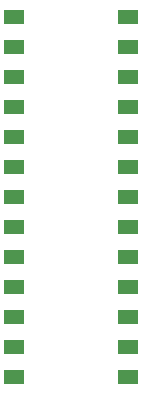
<source format=gbr>
G04 EAGLE Gerber RS-274X export*
G75*
%MOMM*%
%FSLAX34Y34*%
%LPD*%
%INSolderpaste Top*%
%IPPOS*%
%AMOC8*
5,1,8,0,0,1.08239X$1,22.5*%
G01*
%ADD10R,1.780000X1.270000*%


D10*
X124450Y20955D03*
X124450Y46355D03*
X124450Y71755D03*
X124450Y97155D03*
X124450Y122555D03*
X124450Y147955D03*
X124450Y173355D03*
X124450Y198755D03*
X124450Y224155D03*
X124450Y249555D03*
X124450Y274955D03*
X124450Y300355D03*
X124450Y325755D03*
X27950Y325755D03*
X27950Y300355D03*
X27950Y274955D03*
X27950Y249555D03*
X27950Y224155D03*
X27950Y198755D03*
X27950Y173355D03*
X27950Y147955D03*
X27950Y122555D03*
X27950Y97155D03*
X27950Y71755D03*
X27950Y46355D03*
X27950Y20955D03*
M02*

</source>
